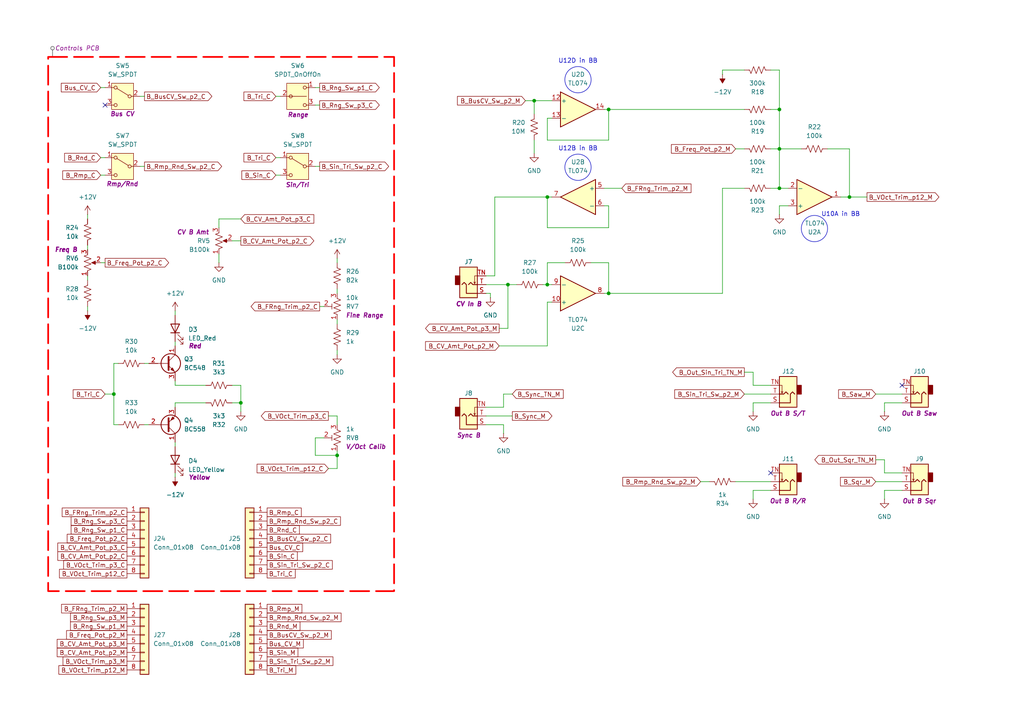
<source format=kicad_sch>
(kicad_sch (version 20250114) (generator "eeschema") (generator_version "9.0")
  (paper "A4")
  (title_block (company "DMH Instruments") (comment 1 "PCB for 10cm Kosmo format synthesizer module"))
  (lib_symbols
    (symbol "Amplifier_Operational:TL074" (pin_names (offset 0.127))
      (property "Reference" "U" (at 0 5.08 0))
      (property "Value" "TL074" (at 0 -5.08 0))
      (symbol "TL074_1_1"
        (polyline (pts (xy -5.08 5.08) (xy 5.08 0) (xy -5.08 -5.08) (xy -5.08 5.08)) (stroke (width 0.254)) (fill (type background)))
        (pin input line (at -7.62 2.54 0) (length 2.54) (name "+") (number "3"))
        (pin input line (at -7.62 -2.54 0) (length 2.54) (name "-") (number "2"))
        (pin output line (at 7.62 0 180) (length 2.54) (name "~") (number "1"))
      )
      (symbol "TL074_2_1"
        (polyline (pts (xy -5.08 5.08) (xy 5.08 0) (xy -5.08 -5.08) (xy -5.08 5.08)) (stroke (width 0.254)) (fill (type background)))
        (pin input line (at -7.62 2.54 0) (length 2.54) (name "+") (number "5"))
        (pin input line (at -7.62 -2.54 0) (length 2.54) (name "-") (number "6"))
        (pin output line (at 7.62 0 180) (length 2.54) (name "~") (number "7"))
      )
      (symbol "TL074_3_1"
        (polyline (pts (xy -5.08 5.08) (xy 5.08 0) (xy -5.08 -5.08) (xy -5.08 5.08)) (stroke (width 0.254)) (fill (type background)))
        (pin input line (at -7.62 2.54 0) (length 2.54) (name "+") (number "10"))
        (pin input line (at -7.62 -2.54 0) (length 2.54) (name "-") (number "9"))
        (pin output line (at 7.62 0 180) (length 2.54) (name "~") (number "8"))
      )
      (symbol "TL074_4_1"
        (polyline (pts (xy -5.08 5.08) (xy 5.08 0) (xy -5.08 -5.08) (xy -5.08 5.08)) (stroke (width 0.254)) (fill (type background)))
        (pin input line (at -7.62 2.54 0) (length 2.54) (name "+") (number "12"))
        (pin input line (at -7.62 -2.54 0) (length 2.54) (name "-") (number "13"))
        (pin output line (at 7.62 0 180) (length 2.54) (name "~") (number "14"))
      )
      (symbol "TL074_5_1"
        (pin power_in line (at -2.54 7.62 270) (length 3.81) (name "V+") (number "4"))
        (pin power_in line (at -2.54 -7.62 90) (length 3.81) (name "V-") (number "11"))
      )
    )
    (symbol "Connector_Generic:Conn_01x08" (pin_names (offset 1.016) (hide yes))
      (property "Reference" "J" (at 0 10.16 0))
      (property "Value" "Conn_01x08" (at 0 -12.7 0))
      (symbol "Conn_01x08_1_1"
        (rectangle (start -1.27 8.89) (end 1.27 -11.43) (stroke (width 0.254)) (fill (type background)))
        (rectangle (start -1.27 7.747) (end 0 7.493) (stroke (width 0.1524)))
        (rectangle (start -1.27 5.207) (end 0 4.953) (stroke (width 0.1524)))
        (rectangle (start -1.27 2.667) (end 0 2.413) (stroke (width 0.1524)))
        (rectangle (start -1.27 0.127) (end 0 -0.127) (stroke (width 0.1524)))
        (rectangle (start -1.27 -2.413) (end 0 -2.667) (stroke (width 0.1524)))
        (rectangle (start -1.27 -4.953) (end 0 -5.207) (stroke (width 0.1524)))
        (rectangle (start -1.27 -7.493) (end 0 -7.747) (stroke (width 0.1524)))
        (rectangle (start -1.27 -10.033) (end 0 -10.287) (stroke (width 0.1524)))
        (pin passive line (at -5.08 7.62 0) (length 3.81) (name "Pin_1") (number "1"))
        (pin passive line (at -5.08 5.08 0) (length 3.81) (name "Pin_2") (number "2"))
        (pin passive line (at -5.08 2.54 0) (length 3.81) (name "Pin_3") (number "3"))
        (pin passive line (at -5.08 0 0) (length 3.81) (name "Pin_4") (number "4"))
        (pin passive line (at -5.08 -2.54 0) (length 3.81) (name "Pin_5") (number "5"))
        (pin passive line (at -5.08 -5.08 0) (length 3.81) (name "Pin_6") (number "6"))
        (pin passive line (at -5.08 -7.62 0) (length 3.81) (name "Pin_7") (number "7"))
        (pin passive line (at -5.08 -10.16 0) (length 3.81) (name "Pin_8") (number "8"))
      )
    )
    (symbol "Device:LED" (pin_numbers (hide yes)) (pin_names (offset 1.016) (hide yes))
      (property "Reference" "D" (at 0 2.54 0))
      (property "Value" "LED" (at 0 -2.54 0))
      (symbol "LED_0_1"
        (polyline (pts (xy -3.048 -0.762) (xy -4.572 -2.286) (xy -3.81 -2.286) (xy -4.572 -2.286) (xy -4.572 -1.524)))
        (polyline (pts (xy -1.778 -0.762) (xy -3.302 -2.286) (xy -2.54 -2.286) (xy -3.302 -2.286) (xy -3.302 -1.524)))
        (polyline (pts (xy -1.27 0) (xy 1.27 0)))
        (polyline (pts (xy -1.27 -1.27) (xy -1.27 1.27)) (stroke (width 0.254)))
        (polyline (pts (xy 1.27 -1.27) (xy 1.27 1.27) (xy -1.27 0) (xy 1.27 -1.27)) (stroke (width 0.254)))
      )
      (symbol "LED_1_1"
        (pin passive line (at -3.81 0 0) (length 2.54) (name "K") (number "1"))
        (pin passive line (at 3.81 0 180) (length 2.54) (name "A") (number "2"))
      )
    )
    (symbol "Device:R_Potentiometer_Trim_US" (pin_names (offset 1.016) (hide yes))
      (property "Reference" "RV" (at -4.445 0 90))
      (property "Value" "R_Potentiometer_Trim_US" (at -2.54 0 90))
      (symbol "R_Potentiometer_Trim_US_0_1"
        (polyline (pts (xy 0 2.286) (xy 0 2.54)))
        (polyline (pts (xy 0 2.286) (xy 1.016 1.905) (xy 0 1.524) (xy -1.016 1.143) (xy 0 0.762)))
        (polyline (pts (xy 0 0.762) (xy 1.016 0.381) (xy 0 0) (xy -1.016 -0.381) (xy 0 -0.762)))
        (polyline (pts (xy 0 -0.762) (xy 1.016 -1.143) (xy 0 -1.524) (xy -1.016 -1.905) (xy 0 -2.286)))
        (polyline (pts (xy 0 -2.286) (xy 0 -2.54)))
        (polyline (pts (xy 1.524 0.762) (xy 1.524 -0.762)))
        (polyline (pts (xy 2.54 0) (xy 1.524 0)))
      )
      (symbol "R_Potentiometer_Trim_US_1_1"
        (pin passive line (at 0 3.81 270) (length 1.27) (name "1") (number "1"))
        (pin passive line (at 0 -3.81 90) (length 1.27) (name "3") (number "3"))
        (pin passive line (at 3.81 0 180) (length 1.27) (name "2") (number "2"))
      )
    )
    (symbol "Device:R_Potentiometer_US" (pin_names (offset 1.016) (hide yes))
      (property "Reference" "RV" (at -4.445 0 90))
      (property "Value" "R_Potentiometer_US" (at -2.54 0 90))
      (symbol "R_Potentiometer_US_0_1"
        (polyline (pts (xy 0 2.54) (xy 0 2.286)))
        (polyline (pts (xy 0 2.286) (xy 1.016 1.905) (xy 0 1.524) (xy -1.016 1.143) (xy 0 0.762)))
        (polyline (pts (xy 0 0.762) (xy 1.016 0.381) (xy 0 0) (xy -1.016 -0.381) (xy 0 -0.762)))
        (polyline (pts (xy 0 -0.762) (xy 1.016 -1.143) (xy 0 -1.524) (xy -1.016 -1.905) (xy 0 -2.286)))
        (polyline (pts (xy 0 -2.286) (xy 0 -2.54)))
        (polyline (pts (xy 1.143 0) (xy 2.286 0.508) (xy 2.286 -0.508) (xy 1.143 0)) (fill (type outline)))
        (polyline (pts (xy 2.54 0) (xy 1.524 0)))
      )
      (symbol "R_Potentiometer_US_1_1"
        (pin passive line (at 0 3.81 270) (length 1.27) (name "1") (number "1"))
        (pin passive line (at 0 -3.81 90) (length 1.27) (name "3") (number "3"))
        (pin passive line (at 3.81 0 180) (length 1.27) (name "2") (number "2"))
      )
    )
    (symbol "Device:R_US" (pin_numbers (hide yes)) (pin_names (offset 0))
      (property "Reference" "R" (at 2.54 0 90))
      (property "Value" "R_US" (at -2.54 0 90))
      (symbol "R_US_0_1"
        (polyline (pts (xy 0 2.286) (xy 0 2.54)))
        (polyline (pts (xy 0 2.286) (xy 1.016 1.905) (xy 0 1.524) (xy -1.016 1.143) (xy 0 0.762)))
        (polyline (pts (xy 0 0.762) (xy 1.016 0.381) (xy 0 0) (xy -1.016 -0.381) (xy 0 -0.762)))
        (polyline (pts (xy 0 -0.762) (xy 1.016 -1.143) (xy 0 -1.524) (xy -1.016 -1.905) (xy 0 -2.286)))
        (polyline (pts (xy 0 -2.286) (xy 0 -2.54)))
      )
      (symbol "R_US_1_1"
        (pin passive line (at 0 3.81 270) (length 1.27) (name "~") (number "1"))
        (pin passive line (at 0 -3.81 90) (length 1.27) (name "~") (number "2"))
      )
    )
    (symbol "Switch:SW_SPDT" (pin_names (offset 0) (hide yes))
      (property "Reference" "SW" (at 0 5.08 0))
      (property "Value" "SW_SPDT" (at 0 -5.08 0))
      (symbol "SW_SPDT_0_1"
        (circle (center -2.032 0) (radius 0.4572))
        (polyline (pts (xy -1.651 0.254) (xy 1.651 2.286)))
        (circle (center 2.032 2.54) (radius 0.4572))
        (circle (center 2.032 -2.54) (radius 0.4572))
      )
      (symbol "SW_SPDT_1_1"
        (rectangle (start -3.175 3.81) (end 3.175 -3.81) (fill (type background)))
        (pin passive line (at -5.08 0 0) (length 2.54) (name "B") (number "2"))
        (pin passive line (at 5.08 2.54 180) (length 2.54) (name "A") (number "1"))
        (pin passive line (at 5.08 -2.54 180) (length 2.54) (name "C") (number "3"))
      )
    )
    (symbol "SynthStuff:SW_SPDT_OnOffOn" (pin_names (offset 0) (hide yes))
      (property "Reference" "SW" (at 0 5.08 0))
      (property "Value" "SPDT_OnOffOn" (at 0 -5.08 0))
      (symbol "SW_SPDT_OnOffOn_0_1"
        (polyline (pts (xy -2.54 0) (xy 2.54 0)))
        (circle (center -2.032 0) (radius 0.4572))
        (circle (center 2.032 2.54) (radius 0.4572))
        (circle (center 2.032 -2.54) (radius 0.4572))
      )
      (symbol "SW_SPDT_OnOffOn_1_1"
        (rectangle (start -3.175 3.81) (end 3.175 -3.81) (fill (type background)))
        (pin passive line (at -5.08 0 0) (length 2.54) (name "B") (number "2"))
        (pin passive line (at 5.08 2.54 180) (length 2.54) (name "A") (number "1"))
        (pin passive line (at 5.08 -2.54 180) (length 2.54) (name "C") (number "3"))
      )
    )
    (symbol "SynthStuff:TS_Jack_6.35mm_Sw"
      (property "Reference" "J" (at -0.635 8.89 0))
      (property "Value" "TS_Jack_6.35mm_Sw" (at -0.635 6.35 0))
      (symbol "TS_Jack_6.35mm_Sw_0_1"
        (rectangle (start -2.54 0) (end -3.81 -2.54) (stroke (width 0.254)) (fill (type outline)))
        (polyline (pts (xy 0 0) (xy 0.635 -0.635) (xy 1.27 0) (xy 2.54 0)) (stroke (width 0.254)))
        (polyline (pts (xy 1.778 -0.254) (xy 2.032 -0.762)))
        (rectangle (start 2.54 3.81) (end -2.54 -5.08) (stroke (width 0.254)) (fill (type background)))
        (polyline (pts (xy 2.54 2.54) (xy -0.635 2.54) (xy -0.635 0) (xy -1.27 -0.635) (xy -1.905 0)) (stroke (width 0.254)))
        (polyline (pts (xy 2.54 -2.54) (xy 1.778 -2.54) (xy 1.778 -0.254) (xy 1.524 -0.762)))
      )
      (symbol "TS_Jack_6.35mm_Sw_1_1"
        (pin passive line (at 5.08 2.54 180) (length 2.54) (name "~") (number "S"))
        (pin passive line (at 5.08 0 180) (length 2.54) (name "~") (number "T"))
        (pin passive line (at 5.08 -2.54 180) (length 2.54) (name "~") (number "TN"))
      )
    )
    (symbol "Transistor_BJT:BC548" (pin_names (offset 0) (hide yes))
      (property "Reference" "Q" (at 5.08 1.905 0))
      (property "Value" "BC548" (at 5.08 0 0))
      (symbol "BC548_0_1"
        (polyline (pts (xy -2.54 0) (xy 0.635 0)))
        (polyline (pts (xy 0.635 1.905) (xy 0.635 -1.905)) (stroke (width 0.508)))
        (circle (center 1.27 0) (radius 2.8194) (stroke (width 0.254)))
      )
      (symbol "BC548_1_1"
        (polyline (pts (xy 0.635 0.635) (xy 2.54 2.54)))
        (polyline (pts (xy 0.635 -0.635) (xy 2.54 -2.54)))
        (polyline (pts (xy 1.27 -1.778) (xy 1.778 -1.27) (xy 2.286 -2.286) (xy 1.27 -1.778)) (fill (type outline)))
        (pin input line (at -5.08 0 0) (length 2.54) (name "B") (number "2"))
        (pin passive line (at 2.54 5.08 270) (length 2.54) (name "C") (number "1"))
        (pin passive line (at 2.54 -5.08 90) (length 2.54) (name "E") (number "3"))
      )
    )
    (symbol "Transistor_BJT:BC558" (pin_names (offset 0) (hide yes))
      (property "Reference" "Q" (at 5.08 1.905 0))
      (property "Value" "BC558" (at 5.08 0 0))
      (symbol "BC558_0_1"
        (polyline (pts (xy -2.54 0) (xy 0.635 0)))
        (polyline (pts (xy 0.635 1.905) (xy 0.635 -1.905)) (stroke (width 0.508)))
        (polyline (pts (xy 0.635 0.635) (xy 2.54 2.54)))
        (polyline (pts (xy 0.635 -0.635) (xy 2.54 -2.54)))
        (circle (center 1.27 0) (radius 2.8194) (stroke (width 0.254)))
        (polyline (pts (xy 2.286 -1.778) (xy 1.778 -2.286) (xy 1.27 -1.27) (xy 2.286 -1.778)) (fill (type outline)))
      )
      (symbol "BC558_1_1"
        (pin input line (at -5.08 0 0) (length 2.54) (name "B") (number "2"))
        (pin passive line (at 2.54 5.08 270) (length 2.54) (name "C") (number "1"))
        (pin passive line (at 2.54 -5.08 90) (length 2.54) (name "E") (number "3"))
      )
    )
    (symbol "power:+12V" (power) (pin_numbers (hide yes)) (pin_names (offset 0) (hide yes))
      (property "Value" "+12V" (at 0 3.556 0))
      (symbol "+12V_0_1"
        (polyline (pts (xy -0.762 1.27) (xy 0 2.54)))
        (polyline (pts (xy 0 2.54) (xy 0.762 1.27)))
        (polyline (pts (xy 0 0) (xy 0 2.54)))
      )
      (symbol "+12V_1_1"
        (pin power_in line (at 0 0 90) (length 0) (name "~") (number "1"))
      )
    )
    (symbol "power:-12V" (power) (pin_numbers (hide yes)) (pin_names (offset 0) (hide yes))
      (property "Value" "-12V" (at 0 3.556 0))
      (symbol "-12V_0_0"
        (pin power_in line (at 0 0 90) (length 0) (name "~") (number "1"))
      )
      (symbol "-12V_0_1"
        (polyline (pts (xy 0 0) (xy 0 1.27) (xy 0.762 1.27) (xy 0 2.54) (xy -0.762 1.27) (xy 0 1.27)) (fill (type outline)))
      )
    )
    (symbol "power:GND" (power) (pin_numbers (hide yes)) (pin_names (offset 0) (hide yes))
      (property "Value" "GND" (at 0 -3.81 0))
      (symbol "GND_0_1"
        (polyline (pts (xy 0 0) (xy 0 -1.27) (xy 1.27 -1.27) (xy 0 -2.54) (xy -1.27 -1.27) (xy 0 -1.27)))
      )
      (symbol "GND_1_1"
        (pin power_in line (at 0 0 270) (length 0) (name "~") (number "1"))
      )
    )
  )
  (circle (center 236.22 66.294) (radius 3.81))
  (circle (center 167.64 48.514) (radius 3.81))
  (circle (center 167.64 23.114) (radius 3.81))
  (text "U12B in BB" (at 167.64 43.18 0) (effects (font (size 1.27 1.27))))
  (text "U10A in BB" (at 243.84 62.23 0) (effects (font (size 1.27 1.27))))
  (text "U12D in BB" (at 167.64 17.78 0) (effects (font (size 1.27 1.27))))
  (junction (at 154.94 29.21))
  (junction (at 158.75 82.55))
  (junction (at 158.75 57.15))
  (junction (at 147.32 82.55))
  (junction (at 176.53 31.75))
  (junction (at 226.06 54.61))
  (junction (at 226.06 31.75))
  (junction (at 176.53 85.09))
  (junction (at 97.79 132.08))
  (junction (at 33.02 114.3))
  (junction (at 226.06 43.18))
  (junction (at 246.38 57.15))
  (junction (at 69.85 116.84))
  (no_connect (at 30.48 30.48))
  (no_connect (at 223.52 137.16))
  (no_connect (at 261.62 111.76))
  (wire (pts (xy 25.4 88.9) (xy 25.4 90.17)))
  (wire (pts (xy 29.21 25.4) (xy 30.48 25.4)))
  (wire (pts (xy 223.52 31.75) (xy 226.06 31.75)))
  (wire (pts (xy 97.79 120.65) (xy 97.79 123.19)))
  (wire (pts (xy 254 133.35) (xy 256.54 133.35)))
  (wire (pts (xy 254 114.3) (xy 261.62 114.3)))
  (wire (pts (xy 256.54 142.24) (xy 256.54 144.78)))
  (wire (pts (xy 176.53 85.09) (xy 175.26 85.09)))
  (wire (pts (xy 97.79 83.82) (xy 97.79 85.09)))
  (wire (pts (xy 33.02 114.3) (xy 33.02 105.41)))
  (wire (pts (xy 203.2 139.7) (xy 205.74 139.7)))
  (wire (pts (xy 91.44 127) (xy 91.44 132.08)))
  (wire (pts (xy 218.44 116.84) (xy 218.44 119.38)))
  (wire (pts (xy 158.75 66.04) (xy 158.75 57.15)))
  (wire (pts (xy 91.44 25.4) (xy 92.71 25.4)))
  (wire (pts (xy 148.59 114.3) (xy 146.05 114.3)))
  (wire (pts (xy 91.44 30.48) (xy 92.71 30.48)))
  (wire (pts (xy 143.51 80.01) (xy 143.51 57.15)))
  (wire (pts (xy 226.06 43.18) (xy 226.06 54.61)))
  (wire (pts (xy 158.75 82.55) (xy 160.02 82.55)))
  (wire (pts (xy 25.4 71.12) (xy 25.4 72.39)))
  (wire (pts (xy 50.8 111.76) (xy 50.8 110.49)))
  (wire (pts (xy 218.44 142.24) (xy 218.44 144.78)))
  (wire (pts (xy 246.38 57.15) (xy 251.46 57.15)))
  (wire (pts (xy 209.55 21.59) (xy 209.55 20.32)))
  (wire (pts (xy 59.69 111.76) (xy 50.8 111.76)))
  (wire (pts (xy 41.91 105.41) (xy 43.18 105.41)))
  (wire (pts (xy 29.21 45.72) (xy 30.48 45.72)))
  (wire (pts (xy 223.52 142.24) (xy 218.44 142.24)))
  (wire (pts (xy 223.52 54.61) (xy 226.06 54.61)))
  (wire (pts (xy 171.45 76.2) (xy 176.53 76.2)))
  (wire (pts (xy 95.25 135.89) (xy 97.79 135.89)))
  (wire (pts (xy 213.36 139.7) (xy 223.52 139.7)))
  (wire (pts (xy 50.8 99.06) (xy 50.8 100.33)))
  (wire (pts (xy 33.02 123.19) (xy 33.02 114.3)))
  (wire (pts (xy 25.4 62.23) (xy 25.4 63.5)))
  (wire (pts (xy 175.26 31.75) (xy 176.53 31.75)))
  (wire (pts (xy 142.24 86.36) (xy 142.24 85.09)))
  (wire (pts (xy 154.94 40.64) (xy 154.94 44.45)))
  (wire (pts (xy 34.29 123.19) (xy 33.02 123.19)))
  (wire (pts (xy 30.48 114.3) (xy 33.02 114.3)))
  (wire (pts (xy 246.38 43.18) (xy 246.38 57.15)))
  (wire (pts (xy 176.53 40.64) (xy 176.53 31.75)))
  (wire (pts (xy 246.38 57.15) (xy 243.84 57.15)))
  (wire (pts (xy 29.21 76.2) (xy 30.48 76.2)))
  (wire (pts (xy 95.25 120.65) (xy 97.79 120.65)))
  (wire (pts (xy 226.06 43.18) (xy 232.41 43.18)))
  (wire (pts (xy 176.53 76.2) (xy 176.53 85.09)))
  (wire (pts (xy 223.52 20.32) (xy 226.06 20.32)))
  (wire (pts (xy 226.06 59.69) (xy 226.06 62.23)))
  (wire (pts (xy 144.78 100.33) (xy 158.75 100.33)))
  (wire (pts (xy 67.31 69.85) (xy 69.85 69.85)))
  (wire (pts (xy 140.97 120.65) (xy 148.59 120.65)))
  (wire (pts (xy 29.21 50.8) (xy 30.48 50.8)))
  (wire (pts (xy 140.97 82.55) (xy 147.32 82.55)))
  (wire (pts (xy 158.75 76.2) (xy 158.75 82.55)))
  (wire (pts (xy 59.69 116.84) (xy 50.8 116.84)))
  (wire (pts (xy 50.8 116.84) (xy 50.8 118.11)))
  (wire (pts (xy 226.06 20.32) (xy 226.06 31.75)))
  (wire (pts (xy 213.36 43.18) (xy 215.9 43.18)))
  (wire (pts (xy 25.4 80.01) (xy 25.4 81.28)))
  (wire (pts (xy 67.31 111.76) (xy 69.85 111.76)))
  (wire (pts (xy 146.05 125.73) (xy 146.05 123.19)))
  (wire (pts (xy 147.32 95.25) (xy 147.32 82.55)))
  (wire (pts (xy 176.53 85.09) (xy 209.55 85.09)))
  (wire (pts (xy 50.8 137.16) (xy 50.8 138.43)))
  (wire (pts (xy 223.52 116.84) (xy 218.44 116.84)))
  (wire (pts (xy 215.9 107.95) (xy 218.44 107.95)))
  (wire (pts (xy 67.31 116.84) (xy 69.85 116.84)))
  (wire (pts (xy 226.06 59.69) (xy 228.6 59.69)))
  (wire (pts (xy 254 139.7) (xy 261.62 139.7)))
  (wire (pts (xy 218.44 111.76) (xy 223.52 111.76)))
  (wire (pts (xy 97.79 101.6) (xy 97.79 102.87)))
  (wire (pts (xy 146.05 123.19) (xy 140.97 123.19)))
  (wire (pts (xy 93.98 127) (xy 91.44 127)))
  (wire (pts (xy 261.62 142.24) (xy 256.54 142.24)))
  (wire (pts (xy 143.51 57.15) (xy 158.75 57.15)))
  (wire (pts (xy 97.79 132.08) (xy 97.79 130.81)))
  (wire (pts (xy 215.9 114.3) (xy 223.52 114.3)))
  (wire (pts (xy 256.54 116.84) (xy 256.54 119.38)))
  (wire (pts (xy 158.75 34.29) (xy 158.75 40.64)))
  (wire (pts (xy 175.26 59.69) (xy 176.53 59.69)))
  (wire (pts (xy 180.34 54.61) (xy 175.26 54.61)))
  (wire (pts (xy 80.01 27.94) (xy 81.28 27.94)))
  (wire (pts (xy 50.8 128.27) (xy 50.8 129.54)))
  (wire (pts (xy 69.85 116.84) (xy 69.85 119.38)))
  (wire (pts (xy 97.79 135.89) (xy 97.79 132.08)))
  (wire (pts (xy 80.01 45.72) (xy 81.28 45.72)))
  (wire (pts (xy 158.75 76.2) (xy 163.83 76.2)))
  (wire (pts (xy 160.02 34.29) (xy 158.75 34.29)))
  (wire (pts (xy 140.97 118.11) (xy 146.05 118.11)))
  (wire (pts (xy 91.44 132.08) (xy 97.79 132.08)))
  (wire (pts (xy 63.5 63.5) (xy 63.5 66.04)))
  (wire (pts (xy 80.01 50.8) (xy 81.28 50.8)))
  (wire (pts (xy 40.64 27.94) (xy 41.91 27.94)))
  (wire (pts (xy 209.55 20.32) (xy 215.9 20.32)))
  (wire (pts (xy 176.53 31.75) (xy 215.9 31.75)))
  (wire (pts (xy 41.91 123.19) (xy 43.18 123.19)))
  (wire (pts (xy 50.8 90.17) (xy 50.8 91.44)))
  (wire (pts (xy 154.94 29.21) (xy 154.94 33.02)))
  (wire (pts (xy 209.55 85.09) (xy 209.55 54.61)))
  (wire (pts (xy 157.48 82.55) (xy 158.75 82.55)))
  (wire (pts (xy 223.52 43.18) (xy 226.06 43.18)))
  (wire (pts (xy 152.4 29.21) (xy 154.94 29.21)))
  (wire (pts (xy 158.75 100.33) (xy 158.75 87.63)))
  (wire (pts (xy 92.71 88.9) (xy 93.98 88.9)))
  (wire (pts (xy 97.79 74.93) (xy 97.79 76.2)))
  (wire (pts (xy 209.55 54.61) (xy 215.9 54.61)))
  (wire (pts (xy 69.85 63.5) (xy 63.5 63.5)))
  (wire (pts (xy 147.32 82.55) (xy 149.86 82.55)))
  (wire (pts (xy 97.79 92.71) (xy 97.79 93.98)))
  (wire (pts (xy 142.24 85.09) (xy 140.97 85.09)))
  (wire (pts (xy 140.97 80.01) (xy 143.51 80.01)))
  (wire (pts (xy 228.6 54.61) (xy 226.06 54.61)))
  (wire (pts (xy 40.64 48.26) (xy 41.91 48.26)))
  (wire (pts (xy 146.05 114.3) (xy 146.05 118.11)))
  (wire (pts (xy 261.62 116.84) (xy 256.54 116.84)))
  (wire (pts (xy 176.53 66.04) (xy 158.75 66.04)))
  (wire (pts (xy 154.94 29.21) (xy 160.02 29.21)))
  (wire (pts (xy 160.02 57.15) (xy 158.75 57.15)))
  (wire (pts (xy 158.75 87.63) (xy 160.02 87.63)))
  (wire (pts (xy 144.78 95.25) (xy 147.32 95.25)))
  (wire (pts (xy 256.54 137.16) (xy 261.62 137.16)))
  (wire (pts (xy 91.44 48.26) (xy 92.71 48.26)))
  (wire (pts (xy 226.06 31.75) (xy 226.06 43.18)))
  (wire (pts (xy 240.03 43.18) (xy 246.38 43.18)))
  (wire (pts (xy 158.75 40.64) (xy 176.53 40.64)))
  (wire (pts (xy 218.44 107.95) (xy 218.44 111.76)))
  (wire (pts (xy 176.53 59.69) (xy 176.53 66.04)))
  (wire (pts (xy 63.5 73.66) (xy 63.5 76.2)))
  (wire (pts (xy 33.02 105.41) (xy 34.29 105.41)))
  (wire (pts (xy 69.85 111.76) (xy 69.85 116.84)))
  (wire (pts (xy 256.54 133.35) (xy 256.54 137.16)))
  (global_label "B_Freq_Pot_p2_M" (shape passive) (at 36.83 184.15 180) (property "Intersheetrefs" "${INTERSHEET_REFS}" (effects (hide yes))))
  (global_label "B_Freq_Pot_p2_C" (shape output) (at 30.48 76.2 0) (property "Intersheetrefs" "${INTERSHEET_REFS}" (effects (hide yes))))
  (global_label "B_VOct_Trim_p12_C" (shape passive) (at 36.83 166.37 180) (property "Intersheetrefs" "${INTERSHEET_REFS}" (effects (hide yes))))
  (global_label "B_CV_Amt_Pot_p2_C" (shape output) (at 69.85 69.85 0) (property "Intersheetrefs" "${INTERSHEET_REFS}" (effects (hide yes))))
  (global_label "B_CV_Amt_Pot_p3_M" (shape passive) (at 36.83 186.69 180) (property "Intersheetrefs" "${INTERSHEET_REFS}" (effects (hide yes))))
  (global_label "B_Sync_TN_M" (shape input) (at 148.59 114.3 0) (property "Intersheetrefs" "${INTERSHEET_REFS}" (effects (hide yes))))
  (global_label "B_FRng_Trim_p2_M" (shape passive) (at 36.83 176.53 180) (property "Intersheetrefs" "${INTERSHEET_REFS}" (effects (hide yes))))
  (global_label "B_Sin_M" (shape passive) (at 77.47 189.23 0) (property "Intersheetrefs" "${INTERSHEET_REFS}" (effects (hide yes))))
  (global_label "B_BusCV_Sw_p2_C" (shape output) (at 41.91 27.94 0) (property "Intersheetrefs" "${INTERSHEET_REFS}" (effects (hide yes))))
  (global_label "B_Rmp_C" (shape input) (at 29.21 50.8 180) (property "Intersheetrefs" "${INTERSHEET_REFS}" (effects (hide yes))))
  (global_label "B_Tri_C" (shape passive) (at 77.47 166.37 0) (property "Intersheetrefs" "${INTERSHEET_REFS}" (effects (hide yes))))
  (global_label "B_VOct_Trim_p3_C" (shape output) (at 95.25 120.65 180) (property "Intersheetrefs" "${INTERSHEET_REFS}" (effects (hide yes))))
  (global_label "B_CV_Amt_Pot_p3_C" (shape passive) (at 36.83 158.75 180) (property "Intersheetrefs" "${INTERSHEET_REFS}" (effects (hide yes))))
  (global_label "B_Tri_C" (shape input) (at 30.48 114.3 180) (property "Intersheetrefs" "${INTERSHEET_REFS}" (effects (hide yes))))
  (global_label "B_CV_Amt_Pot_p2_M" (shape input) (at 144.78 100.33 180) (property "Intersheetrefs" "${INTERSHEET_REFS}" (effects (hide yes))))
  (global_label "B_Tri_C" (shape input) (at 80.01 27.94 180) (property "Intersheetrefs" "${INTERSHEET_REFS}" (effects (hide yes))))
  (global_label "B_FRng_Trim_p2_M" (shape input) (at 180.34 54.61 0) (property "Intersheetrefs" "${INTERSHEET_REFS}" (effects (hide yes))))
  (global_label "B_Rng_Sw_p1_M" (shape passive) (at 36.83 181.61 180) (property "Intersheetrefs" "${INTERSHEET_REFS}" (effects (hide yes))))
  (global_label "B_Rmp_M" (shape passive) (at 77.47 176.53 0) (property "Intersheetrefs" "${INTERSHEET_REFS}" (effects (hide yes))))
  (global_label "B_Rng_Sw_p1_C" (shape output) (at 92.71 25.4 0) (property "Intersheetrefs" "${INTERSHEET_REFS}" (effects (hide yes))))
  (global_label "B_CV_Amt_Pot_p2_C" (shape passive) (at 36.83 161.29 180) (property "Intersheetrefs" "${INTERSHEET_REFS}" (effects (hide yes))))
  (global_label "B_Sin_Tri_Sw_p2_C" (shape passive) (at 77.47 163.83 0) (property "Intersheetrefs" "${INTERSHEET_REFS}" (effects (hide yes))))
  (global_label "Bus_CV_M" (shape passive) (at 77.47 186.69 0) (property "Intersheetrefs" "${INTERSHEET_REFS}" (effects (hide yes))))
  (global_label "B_Sin_Tri_Sw_p2_M" (shape passive) (at 77.47 191.77 0) (property "Intersheetrefs" "${INTERSHEET_REFS}" (effects (hide yes))))
  (global_label "B_CV_Amt_Pot_p2_M" (shape passive) (at 36.83 189.23 180) (property "Intersheetrefs" "${INTERSHEET_REFS}" (effects (hide yes))))
  (global_label "B_VOct_Trim_p3_M" (shape passive) (at 36.83 191.77 180) (property "Intersheetrefs" "${INTERSHEET_REFS}" (effects (hide yes))))
  (global_label "Bus_CV_C" (shape passive) (at 77.47 158.75 0) (property "Intersheetrefs" "${INTERSHEET_REFS}" (effects (hide yes))))
  (global_label "B_Sync_M" (shape output) (at 148.59 120.65 0) (property "Intersheetrefs" "${INTERSHEET_REFS}" (effects (hide yes))))
  (global_label "B_Freq_Pot_p2_C" (shape passive) (at 36.83 156.21 180) (property "Intersheetrefs" "${INTERSHEET_REFS}" (effects (hide yes))))
  (global_label "B_Rmp_C" (shape passive) (at 77.47 148.59 0) (property "Intersheetrefs" "${INTERSHEET_REFS}" (effects (hide yes))))
  (global_label "B_CV_Amt_Pot_p3_C" (shape input) (at 69.85 63.5 0) (property "Intersheetrefs" "${INTERSHEET_REFS}" (effects (hide yes))))
  (global_label "B_Rmp_Rnd_Sw_p2_M" (shape passive) (at 77.47 179.07 0) (property "Intersheetrefs" "${INTERSHEET_REFS}" (effects (hide yes))))
  (global_label "B_Tri_M" (shape passive) (at 77.47 194.31 0) (property "Intersheetrefs" "${INTERSHEET_REFS}" (effects (hide yes))))
  (global_label "B_Tri_C" (shape input) (at 80.01 45.72 180) (property "Intersheetrefs" "${INTERSHEET_REFS}" (effects (hide yes))))
  (global_label "B_BusCV_Sw_p2_M" (shape passive) (at 77.47 184.15 0) (property "Intersheetrefs" "${INTERSHEET_REFS}" (effects (hide yes))))
  (global_label "B_Sin_Tri_Sw_p2_M" (shape input) (at 215.9 114.3 180) (property "Intersheetrefs" "${INTERSHEET_REFS}" (effects (hide yes))))
  (global_label "B_VOct_Trim_p12_M" (shape output) (at 251.46 57.15 0) (property "Intersheetrefs" "${INTERSHEET_REFS}" (effects (hide yes))))
  (global_label "B_Rnd_M" (shape passive) (at 77.47 181.61 0) (property "Intersheetrefs" "${INTERSHEET_REFS}" (effects (hide yes))))
  (global_label "B_Rmp_Rnd_Sw_p2_C" (shape output) (at 41.91 48.26 0) (property "Intersheetrefs" "${INTERSHEET_REFS}" (effects (hide yes))))
  (global_label "B_FRng_Trim_p2_C" (shape output) (at 92.71 88.9 180) (property "Intersheetrefs" "${INTERSHEET_REFS}" (effects (hide yes))))
  (global_label "B_Sin_C" (shape passive) (at 77.47 161.29 0) (property "Intersheetrefs" "${INTERSHEET_REFS}" (effects (hide yes))))
  (global_label "B_Rng_Sw_p3_C" (shape output) (at 92.71 30.48 0) (property "Intersheetrefs" "${INTERSHEET_REFS}" (effects (hide yes))))
  (global_label "B_BusCV_Sw_p2_M" (shape input) (at 152.4 29.21 180) (property "Intersheetrefs" "${INTERSHEET_REFS}" (effects (hide yes))))
  (global_label "B_VOct_Trim_p12_C" (shape input) (at 95.25 135.89 180) (property "Intersheetrefs" "${INTERSHEET_REFS}" (effects (hide yes))))
  (global_label "B_Rnd_C" (shape input) (at 29.21 45.72 180) (property "Intersheetrefs" "${INTERSHEET_REFS}" (effects (hide yes))))
  (global_label "B_Rng_Sw_p3_M" (shape passive) (at 36.83 179.07 180) (property "Intersheetrefs" "${INTERSHEET_REFS}" (effects (hide yes))))
  (global_label "B_Rng_Sw_p3_C" (shape passive) (at 36.83 151.13 180) (property "Intersheetrefs" "${INTERSHEET_REFS}" (effects (hide yes))))
  (global_label "B_VOct_Trim_p3_C" (shape passive) (at 36.83 163.83 180) (property "Intersheetrefs" "${INTERSHEET_REFS}" (effects (hide yes))))
  (global_label "B_Sqr_M" (shape input) (at 254 139.7 180) (property "Intersheetrefs" "${INTERSHEET_REFS}" (effects (hide yes))))
  (global_label "B_Out_Sqr_TN_M" (shape output) (at 254 133.35 180) (property "Intersheetrefs" "${INTERSHEET_REFS}" (effects (hide yes))))
  (global_label "B_Rmp_Rnd_Sw_p2_M" (shape input) (at 203.2 139.7 180) (property "Intersheetrefs" "${INTERSHEET_REFS}" (effects (hide yes))))
  (global_label "B_Out_Sin_Tri_TN_M" (shape output) (at 215.9 107.95 180) (property "Intersheetrefs" "${INTERSHEET_REFS}" (effects (hide yes))))
  (global_label "B_CV_Amt_Pot_p3_M" (shape output) (at 144.78 95.25 180) (property "Intersheetrefs" "${INTERSHEET_REFS}" (effects (hide yes))))
  (global_label "B_FRng_Trim_p2_C" (shape passive) (at 36.83 148.59 180) (property "Intersheetrefs" "${INTERSHEET_REFS}" (effects (hide yes))))
  (global_label "B_Freq_Pot_p2_M" (shape input) (at 213.36 43.18 180) (property "Intersheetrefs" "${INTERSHEET_REFS}" (effects (hide yes))))
  (global_label "B_VOct_Trim_p12_M" (shape passive) (at 36.83 194.31 180) (property "Intersheetrefs" "${INTERSHEET_REFS}" (effects (hide yes))))
  (global_label "Bus_CV_C" (shape input) (at 29.21 25.4 180) (property "Intersheetrefs" "${INTERSHEET_REFS}" (effects (hide yes))))
  (global_label "B_Rmp_Rnd_Sw_p2_C" (shape passive) (at 77.47 151.13 0) (property "Intersheetrefs" "${INTERSHEET_REFS}" (effects (hide yes))))
  (global_label "B_Rnd_C" (shape passive) (at 77.47 153.67 0) (property "Intersheetrefs" "${INTERSHEET_REFS}" (effects (hide yes))))
  (global_label "B_Rng_Sw_p1_C" (shape passive) (at 36.83 153.67 180) (property "Intersheetrefs" "${INTERSHEET_REFS}" (effects (hide yes))))
  (global_label "B_Sin_Tri_Sw_p2_C" (shape output) (at 92.71 48.26 0) (property "Intersheetrefs" "${INTERSHEET_REFS}" (effects (hide yes))))
  (global_label "B_Saw_M" (shape input) (at 254 114.3 180) (property "Intersheetrefs" "${INTERSHEET_REFS}" (effects (hide yes))))
  (global_label "B_BusCV_Sw_p2_C" (shape passive) (at 77.47 156.21 0) (property "Intersheetrefs" "${INTERSHEET_REFS}" (effects (hide yes))))
  (global_label "B_Sin_C" (shape input) (at 80.01 50.8 180) (property "Intersheetrefs" "${INTERSHEET_REFS}" (effects (hide yes))))
  (rule_area (polyline (pts (xy 13.97 16.51) (xy 114.3 16.51) (xy 114.3 171.45) (xy 13.97 171.45)) (stroke (width 0.5) (type dash))))
  (netclass_flag "" (length 2.54) (shape round) (at 15.24 16.51 0) (property "Component Class" "Controls PCB" (at 15.9385 13.97 0) (effects (font (italic yes)) (justify left))))
  (symbol (lib_id "Connector_Generic:Conn_01x08") (at 72.39 184.15 0) (mirror y) (unit 1)
    (property "Reference" "J28" (at 69.85 184.1499 0) (effects (justify left)))
    (property "Value" "Conn_01x08" (at 69.85 186.6899 0) (effects (justify left)))
    (property "Footprint" "Connector_PinHeader_2.54mm:PinHeader_1x08_P2.54mm_Vertical" (effects (hide yes)))
    (property "Description" "Generic connector, single row, 01x08, script generated (kicad-library-utils/schlib/autogen/connector/)" (effects (hide yes)))
  )
  (symbol (lib_id "Device:R_US") (at 167.64 76.2 90) (unit 1)
    (property "Reference" "R25" (at 167.64 69.85 90))
    (property "Value" "100k" (at 167.64 72.39 90))
    (property "Footprint" "Resistor_THT:R_Axial_DIN0207_L6.3mm_D2.5mm_P7.62mm_Horizontal" (effects (hide yes)))
    (property "Description" "Resistor, US symbol" (effects (hide yes)))
  )
  (symbol (lib_id "power:GND") (at 226.06 62.23 0) (unit 1)
    (property "Reference" "#PWR022" (effects (hide yes)))
    (property "Value" "GND" (at 226.06 67.31 0))
    (property "Description" "Power symbol creates a global label with name \"GND\" , ground" (effects (hide yes)))
  )
  (symbol (lib_id "Switch:SW_SPDT") (at 35.56 48.26 0) (mirror y) (unit 1) (on_board no)
    (property "Reference" "SW7" (at 35.56 39.37 0))
    (property "Value" "SW_SPDT" (at 35.56 41.91 0))
    (property "Footprint" "SynthStuff:Toggle_Switch_TE" (effects (hide yes)))
    (property "Description" "Switch, single pole double throw" (effects (hide yes)))
    (property "Function" "Rmp/Rnd" (at 35.56 53.34 0) (effects (font (thickness 0.254) (bold yes) (italic yes))))
  )
  (symbol (lib_id "Amplifier_Operational:TL074") (at 167.64 31.75 0) (unit 4)
    (property "Reference" "U2" (at 167.64 21.59 0))
    (property "Value" "TL074" (at 167.64 24.13 0))
    (property "Footprint" "Package_DIP:DIP-14_W7.62mm_Socket" (effects (hide yes)))
    (property "Datasheet" "http://www.ti.com/lit/ds/symlink/tl071.pdf" (effects (hide yes)))
    (property "Description" "Quad Low-Noise JFET-Input Operational Amplifiers, DIP-14/SOIC-14" (effects (hide yes)))
  )
  (symbol (lib_id "Device:R_US") (at 25.4 67.31 0) (mirror y) (unit 1) (on_board no)
    (property "Reference" "R24" (at 22.86 66.0399 0) (effects (justify left)))
    (property "Value" "10k" (at 22.86 68.5799 0) (effects (justify left)))
    (property "Footprint" "Resistor_THT:R_Axial_DIN0207_L6.3mm_D2.5mm_P7.62mm_Horizontal" (effects (hide yes)))
    (property "Description" "Resistor, US symbol" (effects (hide yes)))
  )
  (symbol (lib_id "power:GND") (at 256.54 144.78 0) (unit 1)
    (property "Reference" "#PWR035" (effects (hide yes)))
    (property "Value" "GND" (at 256.54 149.86 0))
    (property "Description" "Power symbol creates a global label with name \"GND\" , ground" (effects (hide yes)))
  )
  (symbol (lib_id "Device:R_US") (at 219.71 31.75 270) (mirror x) (unit 1)
    (property "Reference" "R19" (at 219.71 38.1 90))
    (property "Value" "100k" (at 219.71 35.56 90))
    (property "Footprint" "Resistor_THT:R_Axial_DIN0207_L6.3mm_D2.5mm_P7.62mm_Horizontal" (effects (hide yes)))
    (property "Description" "Resistor, US symbol" (effects (hide yes)))
  )
  (symbol (lib_id "Device:R_US") (at 97.79 80.01 180) (unit 1) (on_board no)
    (property "Reference" "R26" (at 100.33 78.7399 0) (effects (justify right)))
    (property "Value" "82k" (at 100.33 81.2799 0) (effects (justify right)))
    (property "Footprint" "Resistor_THT:R_Axial_DIN0207_L6.3mm_D2.5mm_P7.62mm_Horizontal" (effects (hide yes)))
    (property "Description" "Resistor, US symbol" (effects (hide yes)))
  )
  (symbol (lib_id "Switch:SW_SPDT") (at 35.56 27.94 0) (mirror y) (unit 1) (on_board no)
    (property "Reference" "SW5" (at 35.56 19.05 0))
    (property "Value" "SW_SPDT" (at 35.56 21.59 0))
    (property "Footprint" "SynthStuff:Toggle_Switch_TE" (effects (hide yes)))
    (property "Description" "Switch, single pole double throw" (effects (hide yes)))
    (property "Function" "Bus CV" (at 35.56 33.02 0) (effects (font (thickness 0.254) (bold yes) (italic yes))))
  )
  (symbol (lib_id "Device:R_US") (at 219.71 54.61 270) (mirror x) (unit 1)
    (property "Reference" "R23" (at 219.71 60.96 90))
    (property "Value" "100k" (at 219.71 58.42 90))
    (property "Footprint" "Resistor_THT:R_Axial_DIN0207_L6.3mm_D2.5mm_P7.62mm_Horizontal" (effects (hide yes)))
    (property "Description" "Resistor, US symbol" (effects (hide yes)))
  )
  (symbol (lib_id "Connector_Generic:Conn_01x08") (at 41.91 184.15 0) (unit 1)
    (property "Reference" "J27" (at 44.45 184.1499 0) (effects (justify left)))
    (property "Value" "Conn_01x08" (at 44.45 186.6899 0) (effects (justify left)))
    (property "Footprint" "Connector_PinHeader_2.54mm:PinHeader_1x08_P2.54mm_Vertical" (effects (hide yes)))
    (property "Description" "Generic connector, single row, 01x08, script generated (kicad-library-utils/schlib/autogen/connector/)" (effects (hide yes)))
  )
  (symbol (lib_id "Device:R_Potentiometer_Trim_US") (at 97.79 88.9 180) (unit 1) (on_board no)
    (property "Reference" "RV7" (at 100.33 88.9 0) (effects (justify right)))
    (property "Value" "10k" (at 100.33 86.36 0) (effects (justify right)))
    (property "Footprint" "Potentiometer_THT:Potentiometer_Bourns_3296W_Vertical" (effects (hide yes)))
    (property "Description" "Trim-potentiometer, US symbol" (effects (hide yes)))
    (property "Function" "Fine Range" (at 100.33 91.44 0) (effects (font (thickness 0.254) (bold yes) (italic yes)) (justify right)))
  )
  (symbol (lib_id "Device:R_US") (at 236.22 43.18 90) (unit 1)
    (property "Reference" "R22" (at 236.22 36.83 90))
    (property "Value" "100k" (at 236.22 39.37 90))
    (property "Footprint" "Resistor_THT:R_Axial_DIN0207_L6.3mm_D2.5mm_P7.62mm_Horizontal" (effects (hide yes)))
    (property "Description" "Resistor, US symbol" (effects (hide yes)))
  )
  (symbol (lib_id "Device:R_US") (at 153.67 82.55 90) (unit 1)
    (property "Reference" "R27" (at 153.67 76.2 90))
    (property "Value" "100k" (at 153.67 78.74 90))
    (property "Footprint" "Resistor_THT:R_Axial_DIN0207_L6.3mm_D2.5mm_P7.62mm_Horizontal" (effects (hide yes)))
    (property "Description" "Resistor, US symbol" (effects (hide yes)))
  )
  (symbol (lib_id "Device:R_Potentiometer_US") (at 25.4 76.2 0) (mirror x) (unit 1) (on_board no)
    (property "Reference" "RV6" (at 22.86 74.9299 0) (effects (justify right)))
    (property "Value" "B100k" (at 22.86 77.4699 0) (effects (justify right)))
    (property "Footprint" "SynthStuff:Potentiometer_Alpha_RD901F-40-00D_Single_Vertical" (effects (hide yes)))
    (property "Description" "Potentiometer, US symbol" (effects (hide yes)))
    (property "Function" "Freq B" (at 15.748 72.39 0) (effects (font (thickness 0.254) (bold yes) (italic yes)) (justify left)))
  )
  (symbol (lib_id "Device:R_US") (at 209.55 139.7 90) (mirror x) (unit 1)
    (property "Reference" "R34" (at 209.55 146.05 90))
    (property "Value" "1k" (at 209.55 143.51 90))
    (property "Footprint" "Resistor_THT:R_Axial_DIN0207_L6.3mm_D2.5mm_P7.62mm_Horizontal" (effects (hide yes)))
    (property "Description" "Resistor, US symbol" (effects (hide yes)))
  )
  (symbol (lib_id "Device:R_US") (at 38.1 105.41 90) (unit 1) (on_board no)
    (property "Reference" "R30" (at 38.1 99.06 90))
    (property "Value" "10k" (at 38.1 101.6 90))
    (property "Footprint" "Resistor_THT:R_Axial_DIN0207_L6.3mm_D2.5mm_P7.62mm_Horizontal" (effects (hide yes)))
    (property "Description" "Resistor, US symbol" (effects (hide yes)))
  )
  (symbol (lib_id "SynthStuff:SW_SPDT_OnOffOn") (at 86.36 27.94 0) (unit 1) (on_board no)
    (property "Reference" "SW6" (at 86.36 19.05 0))
    (property "Value" "SPDT_OnOffOn" (at 86.36 21.59 0))
    (property "Footprint" "SynthStuff:Toggle_Switch_TE" (effects (hide yes)))
    (property "Description" "Switch, single pole double throw" (effects (hide yes)))
    (property "Function" "Range" (at 86.36 33.274 0) (effects (font (thickness 0.254) (bold yes) (italic yes))))
  )
  (symbol (lib_id "Device:R_US") (at 154.94 36.83 0) (mirror y) (unit 1)
    (property "Reference" "R20" (at 152.4 35.5599 0) (effects (justify left)))
    (property "Value" "10M" (at 152.4 38.0999 0) (effects (justify left)))
    (property "Footprint" "Resistor_THT:R_Axial_DIN0207_L6.3mm_D2.5mm_P7.62mm_Horizontal" (effects (hide yes)))
    (property "Description" "Resistor, US symbol" (effects (hide yes)))
  )
  (symbol (lib_id "power:+12V") (at 97.79 74.93 0) (unit 1) (on_board no)
    (property "Reference" "#PWR023" (effects (hide yes)))
    (property "Value" "+12V" (at 97.79 69.85 0))
    (property "Description" "Power symbol creates a global label with name \"+12V\"" (effects (hide yes)))
  )
  (symbol (lib_id "SynthStuff:TS_Jack_6.35mm_Sw") (at 266.7 114.3 180) (unit 1)
    (property "Reference" "J10" (at 266.7 107.696 0))
    (property "Value" "TS_Jack_6.35mm_Sw" (effects (hide yes)))
    (property "Footprint" "SynthStuff:CUI_MJ-63052A" (effects (hide yes)))
    (property "Description" "Audio Jack, 2 Poles (Mono / TS), Switched T Pole (Normalling), 6.35mm, 1/4inch" (effects (hide yes)))
    (property "Function" "Out B Saw" (at 266.7 119.888 0) (effects (font (thickness 0.254) (bold yes) (italic yes))))
  )
  (symbol (lib_id "power:GND") (at 69.85 119.38 0) (unit 1) (on_board no)
    (property "Reference" "#PWR029" (effects (hide yes)))
    (property "Value" "GND" (at 69.85 124.46 0))
    (property "Description" "Power symbol creates a global label with name \"GND\" , ground" (effects (hide yes)))
  )
  (symbol (lib_id "Device:R_US") (at 63.5 116.84 90) (mirror x) (unit 1) (on_board no)
    (property "Reference" "R32" (at 63.5 123.19 90))
    (property "Value" "3k3" (at 63.5 120.65 90))
    (property "Footprint" "Resistor_THT:R_Axial_DIN0207_L6.3mm_D2.5mm_P7.62mm_Horizontal" (effects (hide yes)))
    (property "Description" "Resistor, US symbol" (effects (hide yes)))
  )
  (symbol (lib_id "Amplifier_Operational:TL074") (at 167.64 85.09 0) (mirror x) (unit 3)
    (property "Reference" "U2" (at 167.64 95.25 0))
    (property "Value" "TL074" (at 167.64 92.71 0))
    (property "Footprint" "Package_DIP:DIP-14_W7.62mm_Socket" (effects (hide yes)))
    (property "Datasheet" "http://www.ti.com/lit/ds/symlink/tl071.pdf" (effects (hide yes)))
    (property "Description" "Quad Low-Noise JFET-Input Operational Amplifiers, DIP-14/SOIC-14" (effects (hide yes)))
  )
  (symbol (lib_id "power:GND") (at 154.94 44.45 0) (unit 1)
    (property "Reference" "#PWR020" (effects (hide yes)))
    (property "Value" "GND" (at 154.94 49.53 0))
    (property "Description" "Power symbol creates a global label with name \"GND\" , ground" (effects (hide yes)))
  )
  (symbol (lib_id "Connector_Generic:Conn_01x08") (at 72.39 156.21 0) (mirror y) (unit 1) (on_board no)
    (property "Reference" "J25" (at 69.85 156.2099 0) (effects (justify left)))
    (property "Value" "Conn_01x08" (at 69.85 158.7499 0) (effects (justify left)))
    (property "Footprint" "Connector_PinSocket_2.54mm:PinSocket_1x08_P2.54mm_Vertical" (effects (hide yes)))
    (property "Description" "Generic connector, single row, 01x08, script generated (kicad-library-utils/schlib/autogen/connector/)" (effects (hide yes)))
  )
  (symbol (lib_id "power:GND") (at 256.54 119.38 0) (unit 1)
    (property "Reference" "#PWR031" (effects (hide yes)))
    (property "Value" "GND" (at 256.54 124.46 0))
    (property "Description" "Power symbol creates a global label with name \"GND\" , ground" (effects (hide yes)))
  )
  (symbol (lib_id "Device:R_US") (at 97.79 97.79 180) (unit 1) (on_board no)
    (property "Reference" "R29" (at 100.33 96.5199 0) (effects (justify right)))
    (property "Value" "1k" (at 100.33 99.0599 0) (effects (justify right)))
    (property "Footprint" "Resistor_THT:R_Axial_DIN0207_L6.3mm_D2.5mm_P7.62mm_Horizontal" (effects (hide yes)))
    (property "Description" "Resistor, US symbol" (effects (hide yes)))
  )
  (symbol (lib_id "SynthStuff:TS_Jack_6.35mm_Sw") (at 135.89 120.65 0) (mirror x) (unit 1)
    (property "Reference" "J8" (at 135.89 114.046 0))
    (property "Value" "TS_Jack_6.35mm_Sw" (effects (hide yes)))
    (property "Footprint" "SynthStuff:CUI_MJ-63052A" (effects (hide yes)))
    (property "Description" "Audio Jack, 2 Poles (Mono / TS), Switched T Pole (Normalling), 6.35mm, 1/4inch" (effects (hide yes)))
    (property "Function" "Sync B" (at 135.89 126.238 0) (effects (font (thickness 0.254) (bold yes) (italic yes))))
  )
  (symbol (lib_id "Device:R_US") (at 38.1 123.19 90) (unit 1) (on_board no)
    (property "Reference" "R33" (at 38.1 116.84 90))
    (property "Value" "10k" (at 38.1 119.38 90))
    (property "Footprint" "Resistor_THT:R_Axial_DIN0207_L6.3mm_D2.5mm_P7.62mm_Horizontal" (effects (hide yes)))
    (property "Description" "Resistor, US symbol" (effects (hide yes)))
  )
  (symbol (lib_id "power:-12V") (at 209.55 21.59 180) (unit 1)
    (property "Reference" "#PWR019" (effects (hide yes)))
    (property "Value" "-12V" (at 209.55 26.67 0))
    (property "Description" "Power symbol creates a global label with name \"-12V\"" (effects (hide yes)))
  )
  (symbol (lib_id "Transistor_BJT:BC548") (at 48.26 105.41 0) (unit 1) (on_board no)
    (property "Reference" "Q3" (at 53.34 104.1399 0) (effects (justify left)))
    (property "Value" "BC548" (at 53.34 106.6799 0) (effects (justify left)))
    (property "Footprint" "Package_TO_SOT_THT:TO-92L_Inline_Wide" (effects (hide yes)))
    (property "Datasheet" "https://www.onsemi.com/pub/Collateral/BC550-D.pdf" (effects (hide yes)))
    (property "Description" "0.1A Ic, 30V Vce, Small Signal NPN Transistor, TO-92" (effects (hide yes)))
    (property "Sim.Device" "NPN" (effects (hide yes)))
    (property "Sim.Pins" "1=C 2=B 3=E" (effects (hide yes)))
  )
  (symbol (lib_id "SynthStuff:TS_Jack_6.35mm_Sw") (at 135.89 82.55 0) (mirror x) (unit 1)
    (property "Reference" "J7" (at 135.89 75.946 0))
    (property "Value" "TS_Jack_6.35mm_Sw" (effects (hide yes)))
    (property "Footprint" "SynthStuff:CUI_MJ-63052A" (effects (hide yes)))
    (property "Description" "Audio Jack, 2 Poles (Mono / TS), Switched T Pole (Normalling), 6.35mm, 1/4inch" (effects (hide yes)))
    (property "Function" "CV In B" (at 135.89 88.138 0) (effects (font (thickness 0.254) (bold yes) (italic yes))))
  )
  (symbol (lib_id "Device:R_US") (at 25.4 85.09 0) (mirror y) (unit 1) (on_board no)
    (property "Reference" "R28" (at 22.86 83.8199 0) (effects (justify left)))
    (property "Value" "10k" (at 22.86 86.3599 0) (effects (justify left)))
    (property "Footprint" "Resistor_THT:R_Axial_DIN0207_L6.3mm_D2.5mm_P7.62mm_Horizontal" (effects (hide yes)))
    (property "Description" "Resistor, US symbol" (effects (hide yes)))
  )
  (symbol (lib_id "Switch:SW_SPDT") (at 86.36 48.26 0) (mirror y) (unit 1) (on_board no)
    (property "Reference" "SW8" (at 86.36 39.37 0))
    (property "Value" "SW_SPDT" (at 86.36 41.91 0))
    (property "Footprint" "SynthStuff:Toggle_Switch_TE" (effects (hide yes)))
    (property "Description" "Switch, single pole double throw" (effects (hide yes)))
    (property "Function" "Sin/Tri" (at 86.36 53.594 0) (effects (font (thickness 0.254) (bold yes) (italic yes))))
  )
  (symbol (lib_id "Device:LED") (at 50.8 133.35 90) (unit 1) (on_board no)
    (property "Reference" "D4" (at 54.61 133.6674 90) (effects (justify right)))
    (property "Value" "LED_Yellow" (at 54.61 136.2074 90) (effects (justify right)))
    (property "Footprint" "LED_THT:LED_D3.0mm" (effects (hide yes)))
    (property "Description" "Light emitting diode" (effects (hide yes)))
    (property "Function" "Yellow" (at 57.912 138.43 90) (effects (font (thickness 0.254) (bold yes) (italic yes))))
    (property "Sim.Pins" "1=K 2=A" (effects (hide yes)))
  )
  (symbol (lib_id "Amplifier_Operational:TL074") (at 236.22 57.15 0) (mirror x) (unit 1)
    (property "Reference" "U2" (at 236.22 67.31 0))
    (property "Value" "TL074" (at 233.426 64.77 0) (effects (justify left)))
    (property "Footprint" "Package_DIP:DIP-14_W7.62mm_Socket" (effects (hide yes)))
    (property "Datasheet" "http://www.ti.com/lit/ds/symlink/tl071.pdf" (effects (hide yes)))
    (property "Description" "Quad Low-Noise JFET-Input Operational Amplifiers, DIP-14/SOIC-14" (effects (hide yes)))
  )
  (symbol (lib_id "Device:R_US") (at 219.71 20.32 90) (mirror x) (unit 1)
    (property "Reference" "R18" (at 219.71 26.67 90))
    (property "Value" "300k" (at 219.71 24.13 90))
    (property "Footprint" "Resistor_THT:R_Axial_DIN0207_L6.3mm_D2.5mm_P7.62mm_Horizontal" (effects (hide yes)))
    (property "Description" "Resistor, US symbol" (effects (hide yes)))
  )
  (symbol (lib_id "SynthStuff:TS_Jack_6.35mm_Sw") (at 228.6 114.3 180) (unit 1)
    (property "Reference" "J12" (at 228.6 107.696 0))
    (property "Value" "TS_Jack_6.35mm_Sw" (effects (hide yes)))
    (property "Footprint" "SynthStuff:CUI_MJ-63052A" (effects (hide yes)))
    (property "Description" "Audio Jack, 2 Poles (Mono / TS), Switched T Pole (Normalling), 6.35mm, 1/4inch" (effects (hide yes)))
    (property "Function" "Out B S/T" (at 228.6 119.888 0) (effects (font (thickness 0.254) (bold yes) (italic yes))))
  )
  (symbol (lib_id "Transistor_BJT:BC558") (at 48.26 123.19 0) (mirror x) (unit 1) (on_board no)
    (property "Reference" "Q4" (at 53.34 121.9199 0) (effects (justify left)))
    (property "Value" "BC558" (at 53.34 124.4599 0) (effects (justify left)))
    (property "Footprint" "Package_TO_SOT_THT:TO-92L_Inline_Wide" (effects (hide yes)))
    (property "Datasheet" "https://www.onsemi.com/pub/Collateral/BC556BTA-D.pdf" (effects (hide yes)))
    (property "Description" "0.1A Ic, 30V Vce, PNP Small Signal Transistor, TO-92" (effects (hide yes)))
    (property "Sim.Device" "PNP" (effects (hide yes)))
    (property "Sim.Pins" "1=C 2=B 3=E" (effects (hide yes)))
  )
  (symbol (lib_id "power:-12V") (at 25.4 90.17 180) (unit 1) (on_board no)
    (property "Reference" "#PWR026" (effects (hide yes)))
    (property "Value" "-12V" (at 25.4 95.25 0))
    (property "Description" "Power symbol creates a global label with name \"-12V\"" (effects (hide yes)))
  )
  (symbol (lib_id "SynthStuff:TS_Jack_6.35mm_Sw") (at 228.6 139.7 180) (unit 1)
    (property "Reference" "J11" (at 228.6 133.096 0))
    (property "Value" "TS_Jack_6.35mm_Sw" (effects (hide yes)))
    (property "Footprint" "SynthStuff:CUI_MJ-63052A" (effects (hide yes)))
    (property "Description" "Audio Jack, 2 Poles (Mono / TS), Switched T Pole (Normalling), 6.35mm, 1/4inch" (effects (hide yes)))
    (property "Function" "Out B R/R" (at 228.6 145.288 0) (effects (font (thickness 0.254) (bold yes) (italic yes))))
  )
  (symbol (lib_id "Connector_Generic:Conn_01x08") (at 41.91 156.21 0) (unit 1) (on_board no)
    (property "Reference" "J24" (at 44.45 156.2099 0) (effects (justify left)))
    (property "Value" "Conn_01x08" (at 44.45 158.7499 0) (effects (justify left)))
    (property "Footprint" "Connector_PinSocket_2.54mm:PinSocket_1x08_P2.54mm_Vertical" (effects (hide yes)))
    (property "Description" "Generic connector, single row, 01x08, script generated (kicad-library-utils/schlib/autogen/connector/)" (effects (hide yes)))
  )
  (symbol (lib_id "SynthStuff:TS_Jack_6.35mm_Sw") (at 266.7 139.7 180) (unit 1)
    (property "Reference" "J9" (at 266.7 133.096 0))
    (property "Value" "TS_Jack_6.35mm_Sw" (effects (hide yes)))
    (property "Footprint" "SynthStuff:CUI_MJ-63052A" (effects (hide yes)))
    (property "Description" "Audio Jack, 2 Poles (Mono / TS), Switched T Pole (Normalling), 6.35mm, 1/4inch" (effects (hide yes)))
    (property "Function" "Out B Sqr" (at 266.7 145.288 0) (effects (font (thickness 0.254) (bold yes) (italic yes))))
  )
  (symbol (lib_id "power:GND") (at 142.24 86.36 0) (unit 1)
    (property "Reference" "#PWR025" (effects (hide yes)))
    (property "Value" "GND" (at 142.24 91.44 0))
    (property "Description" "Power symbol creates a global label with name \"GND\" , ground" (effects (hide yes)))
  )
  (symbol (lib_id "power:GND") (at 218.44 119.38 0) (unit 1)
    (property "Reference" "#PWR030" (effects (hide yes)))
    (property "Value" "GND" (at 218.44 124.46 0))
    (property "Description" "Power symbol creates a global label with name \"GND\" , ground" (effects (hide yes)))
  )
  (symbol (lib_id "Device:R_US") (at 63.5 111.76 90) (unit 1) (on_board no)
    (property "Reference" "R31" (at 63.5 105.41 90))
    (property "Value" "3k3" (at 63.5 107.95 90))
    (property "Footprint" "Resistor_THT:R_Axial_DIN0207_L6.3mm_D2.5mm_P7.62mm_Horizontal" (effects (hide yes)))
    (property "Description" "Resistor, US symbol" (effects (hide yes)))
  )
  (symbol (lib_id "power:GND") (at 146.05 125.73 0) (unit 1)
    (property "Reference" "#PWR032" (effects (hide yes)))
    (property "Value" "GND" (at 146.05 130.81 0))
    (property "Description" "Power symbol creates a global label with name \"GND\" , ground" (effects (hide yes)))
  )
  (symbol (lib_id "Device:R_Potentiometer_Trim_US") (at 97.79 127 180) (unit 1) (on_board no)
    (property "Reference" "RV8" (at 100.33 127 0) (effects (justify right)))
    (property "Value" "1k" (at 100.33 124.46 0) (effects (justify right)))
    (property "Footprint" "Potentiometer_THT:Potentiometer_Bourns_3296W_Vertical" (effects (hide yes)))
    (property "Description" "Trim-potentiometer, US symbol" (effects (hide yes)))
    (property "Function" "V/Oct Calib" (at 100.33 129.54 0) (effects (font (thickness 0.254) (bold yes) (italic yes)) (justify right)))
  )
  (symbol (lib_id "power:+12V") (at 25.4 62.23 0) (unit 1) (on_board no)
    (property "Reference" "#PWR021" (effects (hide yes)))
    (property "Value" "+12V" (at 25.4 57.15 0))
    (property "Description" "Power symbol creates a global label with name \"+12V\"" (effects (hide yes)))
  )
  (symbol (lib_id "power:GND") (at 218.44 144.78 0) (unit 1)
    (property "Reference" "#PWR034" (effects (hide yes)))
    (property "Value" "GND" (at 218.44 149.86 0))
    (property "Description" "Power symbol creates a global label with name \"GND\" , ground" (effects (hide yes)))
  )
  (symbol (lib_id "power:GND") (at 63.5 76.2 0) (unit 1) (on_board no)
    (property "Reference" "#PWR024" (effects (hide yes)))
    (property "Value" "GND" (at 63.5 81.28 0))
    (property "Description" "Power symbol creates a global label with name \"GND\" , ground" (effects (hide yes)))
  )
  (symbol (lib_id "Device:R_US") (at 219.71 43.18 270) (mirror x) (unit 1)
    (property "Reference" "R21" (at 219.71 49.53 90))
    (property "Value" "100k" (at 219.71 46.99 90))
    (property "Footprint" "Resistor_THT:R_Axial_DIN0207_L6.3mm_D2.5mm_P7.62mm_Horizontal" (effects (hide yes)))
    (property "Description" "Resistor, US symbol" (effects (hide yes)))
  )
  (symbol (lib_id "Device:R_Potentiometer_US") (at 63.5 69.85 0) (mirror x) (unit 1) (on_board no)
    (property "Reference" "RV5" (at 60.96 69.8499 0) (effects (justify right)))
    (property "Value" "B100k" (at 60.96 72.3899 0) (effects (justify right)))
    (property "Footprint" "SynthStuff:Potentiometer_Alpha_RD901F-40-00D_Single_Vertical" (effects (hide yes)))
    (property "Description" "Potentiometer, US symbol" (effects (hide yes)))
    (property "Function" "CV B Amt" (at 55.88 67.31 0) (effects (font (thickness 0.254) (bold yes) (italic yes))))
  )
  (symbol (lib_id "Device:LED") (at 50.8 95.25 90) (unit 1) (on_board no)
    (property "Reference" "D3" (at 54.61 95.5674 90) (effects (justify right)))
    (property "Value" "LED_Red" (at 54.61 98.1074 90) (effects (justify right)))
    (property "Footprint" "LED_THT:LED_D3.0mm" (effects (hide yes)))
    (property "Description" "Light emitting diode" (effects (hide yes)))
    (property "Function" "Red" (at 56.642 100.33 90) (effects (font (thickness 0.254) (bold yes) (italic yes))))
    (property "Sim.Pins" "1=K 2=A" (effects (hide yes)))
  )
  (symbol (lib_id "power:GND") (at 97.79 102.87 0) (unit 1) (on_board no)
    (property "Reference" "#PWR028" (effects (hide yes)))
    (property "Value" "GND" (at 97.79 107.95 0))
    (property "Description" "Power symbol creates a global label with name \"GND\" , ground" (effects (hide yes)))
  )
  (symbol (lib_id "power:+12V") (at 50.8 90.17 0) (unit 1) (on_board no)
    (property "Reference" "#PWR027" (effects (hide yes)))
    (property "Value" "+12V" (at 50.8 85.09 0))
    (property "Description" "Power symbol creates a global label with name \"+12V\"" (effects (hide yes)))
  )
  (symbol (lib_id "power:-12V") (at 50.8 138.43 180) (unit 1) (on_board no)
    (property "Reference" "#PWR033" (effects (hide yes)))
    (property "Value" "-12V" (at 50.8 143.51 0))
    (property "Description" "Power symbol creates a global label with name \"-12V\"" (effects (hide yes)))
  )
  (symbol (lib_id "Amplifier_Operational:TL074") (at 167.64 57.15 0) (mirror y) (unit 2)
    (property "Reference" "U2" (at 167.64 46.99 0))
    (property "Value" "TL074" (at 167.64 49.53 0))
    (property "Footprint" "Package_DIP:DIP-14_W7.62mm_Socket" (effects (hide yes)))
    (property "Datasheet" "http://www.ti.com/lit/ds/symlink/tl071.pdf" (effects (hide yes)))
    (property "Description" "Quad Low-Noise JFET-Input Operational Amplifiers, DIP-14/SOIC-14" (effects (hide yes)))
  )
)
</source>
